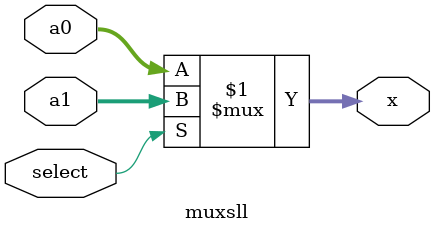
<source format=v>
`timescale 1ns/1ns
module muxsll  ( x, select, a0, a1 );
input [31:0] a0 ;
input [31:0] a1 ;
input select ;
output [31:0] x ;


    assign x = select ? a1 : a0;

endmodule
</source>
